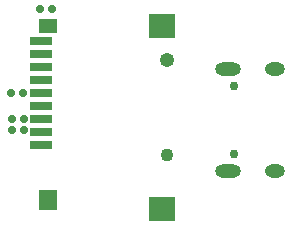
<source format=gbs>
G04*
G04 #@! TF.GenerationSoftware,Altium Limited,Altium Designer,22.0.2 (36)*
G04*
G04 Layer_Color=16711935*
%FSLAX25Y25*%
%MOIN*%
G70*
G04*
G04 #@! TF.SameCoordinates,4AEEF1EB-5C28-47D6-87F3-BA9F17CF17F5*
G04*
G04*
G04 #@! TF.FilePolarity,Negative*
G04*
G01*
G75*
G04:AMPARAMS|DCode=47|XSize=24mil|YSize=24mil|CornerRadius=7mil|HoleSize=0mil|Usage=FLASHONLY|Rotation=270.000|XOffset=0mil|YOffset=0mil|HoleType=Round|Shape=RoundedRectangle|*
%AMROUNDEDRECTD47*
21,1,0.02400,0.01000,0,0,270.0*
21,1,0.01000,0.02400,0,0,270.0*
1,1,0.01400,-0.00500,-0.00500*
1,1,0.01400,-0.00500,0.00500*
1,1,0.01400,0.00500,0.00500*
1,1,0.01400,0.00500,-0.00500*
%
%ADD47ROUNDEDRECTD47*%
%ADD55C,0.04337*%
%ADD56O,0.04900X0.04800*%
%ADD57O,0.08668X0.04337*%
%ADD58O,0.06699X0.04337*%
%ADD59C,0.02959*%
%ADD89R,0.09061X0.08400*%
%ADD90R,0.05912X0.06699*%
%ADD91R,0.05912X0.05124*%
%ADD92R,0.07487X0.03156*%
D47*
X25500Y52100D02*
D03*
X21500D02*
D03*
X25500Y48400D02*
D03*
X21500D02*
D03*
X25000Y60800D02*
D03*
X21000D02*
D03*
X34600Y88900D02*
D03*
X30600D02*
D03*
D55*
X72900Y40300D02*
D03*
D56*
Y71796D02*
D03*
D57*
X93373Y34772D02*
D03*
Y68828D02*
D03*
D58*
X109121Y34772D02*
D03*
Y68828D02*
D03*
D59*
X95342Y63178D02*
D03*
Y40422D02*
D03*
D89*
X71325Y22190D02*
D03*
Y83213D02*
D03*
D90*
X33530Y25339D02*
D03*
D91*
Y83213D02*
D03*
D92*
X31061Y43450D02*
D03*
Y47780D02*
D03*
Y52111D02*
D03*
Y56442D02*
D03*
Y60772D02*
D03*
Y69434D02*
D03*
Y73765D02*
D03*
Y78095D02*
D03*
Y65103D02*
D03*
M02*

</source>
